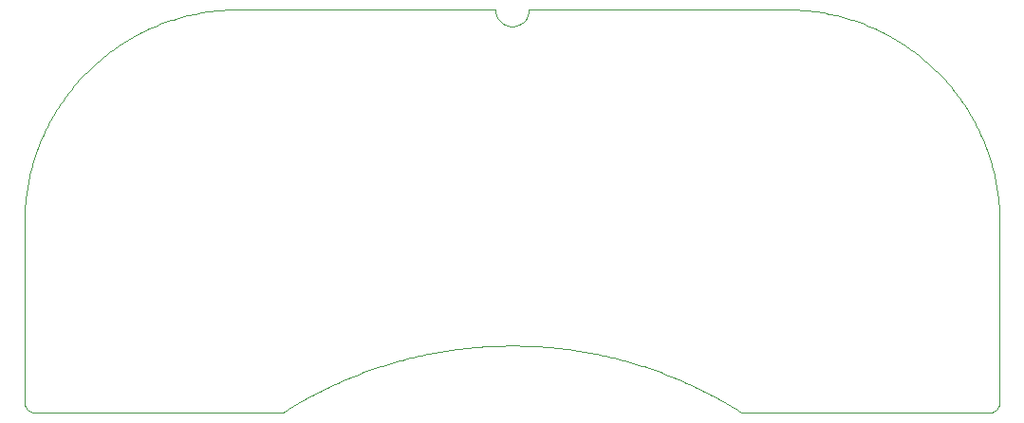
<source format=gm1>
G04*
G04 #@! TF.GenerationSoftware,Altium Limited,Altium Designer,20.0.9 (164)*
G04*
G04 Layer_Color=16711935*
%FSLAX25Y25*%
%MOIN*%
G70*
G01*
G75*
%ADD51C,0.00050*%
D51*
X-5906Y62992D02*
X-5825Y62020D01*
X-5585Y61075D01*
X-5194Y60181D01*
X-4660Y59365D01*
X-4000Y58647D01*
X-3230Y58048D01*
X-2372Y57584D01*
X-1450Y57267D01*
X-488Y57107D01*
X488D01*
X1450Y57267D01*
X2372Y57584D01*
X3230Y58048D01*
X4000Y58647D01*
X4660Y59365D01*
X5194Y60181D01*
X5585Y61075D01*
X5825Y62020D01*
X5906Y62992D01*
X80685Y-78740D02*
X79839Y-78202D01*
X78989Y-77670D01*
X78136Y-77144D01*
X77279Y-76623D01*
X76419Y-76108D01*
X75555Y-75599D01*
X74688Y-75095D01*
X73818Y-74598D01*
X72944Y-74106D01*
X72067Y-73620D01*
X71187Y-73140D01*
X70303Y-72666D01*
X69417Y-72198D01*
X68527Y-71736D01*
X67634Y-71279D01*
X66739Y-70829D01*
X65840Y-70385D01*
X64938Y-69946D01*
X64034Y-69514D01*
X63126Y-69088D01*
X62216Y-68668D01*
X61303Y-68254D01*
X60387Y-67847D01*
X59468Y-67445D01*
X58547Y-67050D01*
X57623Y-66660D01*
X56696Y-66277D01*
X55767Y-65900D01*
X54836Y-65530D01*
X53901Y-65166D01*
X52965Y-64807D01*
X52026Y-64456D01*
X51085Y-64110D01*
X50142Y-63771D01*
X49196Y-63438D01*
X48248Y-63112D01*
X47298Y-62792D01*
X46346Y-62478D01*
X45391Y-62170D01*
X44435Y-61869D01*
X43477Y-61575D01*
X42516Y-61287D01*
X41554Y-61005D01*
X40590Y-60730D01*
X39624Y-60461D01*
X38657Y-60199D01*
X37687Y-59943D01*
X36716Y-59693D01*
X35743Y-59451D01*
X34769Y-59214D01*
X33793Y-58985D01*
X32816Y-58762D01*
X31837Y-58545D01*
X30857Y-58335D01*
X29875Y-58131D01*
X28892Y-57934D01*
X27907Y-57744D01*
X26922Y-57560D01*
X25935Y-57383D01*
X24947Y-57213D01*
X23958Y-57049D01*
X22968Y-56892D01*
X21977Y-56741D01*
X20985Y-56597D01*
X19991Y-56460D01*
X18997Y-56329D01*
X18002Y-56205D01*
X17007Y-56088D01*
X16010Y-55977D01*
X15013Y-55873D01*
X14015Y-55776D01*
X13017Y-55686D01*
X12018Y-55602D01*
X11018Y-55524D01*
X10018Y-55454D01*
X9018Y-55390D01*
X8016Y-55333D01*
X7015Y-55283D01*
X6014Y-55239D01*
X5012Y-55202D01*
X4010Y-55172D01*
X3007Y-55148D01*
X2005Y-55132D01*
X1002Y-55121D01*
X-0Y-55118D01*
X-1003Y-55121D01*
X-2005Y-55132D01*
X-3008Y-55148D01*
X-4010Y-55172D01*
X-5012Y-55202D01*
X-6014Y-55239D01*
X-7016Y-55283D01*
X-8017Y-55333D01*
X-9018Y-55390D01*
X-10018Y-55454D01*
X-11019Y-55524D01*
X-12018Y-55602D01*
X-13017Y-55686D01*
X-14016Y-55776D01*
X-15014Y-55873D01*
X-16011Y-55977D01*
X-17007Y-56088D01*
X-18003Y-56205D01*
X-18998Y-56329D01*
X-19992Y-56460D01*
X-20985Y-56597D01*
X-21977Y-56741D01*
X-22968Y-56892D01*
X-23958Y-57049D01*
X-24948Y-57213D01*
X-25936Y-57383D01*
X-26922Y-57560D01*
X-27908Y-57744D01*
X-28892Y-57934D01*
X-29875Y-58131D01*
X-30857Y-58335D01*
X-31837Y-58545D01*
X-32816Y-58762D01*
X-33794Y-58985D01*
X-34770Y-59215D01*
X-35744Y-59451D01*
X-36717Y-59694D01*
X-37688Y-59943D01*
X-38657Y-60199D01*
X-39625Y-60461D01*
X-40591Y-60730D01*
X-41555Y-61005D01*
X-42517Y-61287D01*
X-43477Y-61575D01*
X-44436Y-61870D01*
X-45392Y-62170D01*
X-46346Y-62478D01*
X-47298Y-62792D01*
X-48248Y-63112D01*
X-49196Y-63438D01*
X-50142Y-63771D01*
X-51086Y-64110D01*
X-52027Y-64456D01*
X-52965Y-64808D01*
X-53902Y-65166D01*
X-54836Y-65530D01*
X-55768Y-65901D01*
X-56697Y-66277D01*
X-57623Y-66661D01*
X-58547Y-67050D01*
X-59468Y-67445D01*
X-60387Y-67847D01*
X-61303Y-68255D01*
X-62216Y-68669D01*
X-63126Y-69089D01*
X-64034Y-69515D01*
X-64939Y-69947D01*
X-65840Y-70385D01*
X-66739Y-70829D01*
X-67635Y-71279D01*
X-68528Y-71736D01*
X-69417Y-72198D01*
X-70304Y-72666D01*
X-71187Y-73140D01*
X-72067Y-73620D01*
X-72944Y-74106D01*
X-73818Y-74598D01*
X-74689Y-75095D01*
X-75556Y-75599D01*
X-76419Y-76108D01*
X-77279Y-76623D01*
X-78136Y-77144D01*
X-78989Y-77670D01*
X-79839Y-78202D01*
X-80685Y-78740D01*
X167323Y-78740D02*
X168342Y-78606D01*
X169291Y-78213D01*
X170107Y-77587D01*
X170732Y-76772D01*
X171126Y-75822D01*
X171260Y-74803D01*
Y-11811D02*
X171253Y-10815D01*
X171233Y-9820D01*
X171200Y-8824D01*
X171154Y-7830D01*
X171094Y-6836D01*
X171021Y-5843D01*
X170935Y-4851D01*
X170836Y-3860D01*
X170724Y-2871D01*
X170598Y-1883D01*
X170459Y-897D01*
X170308Y87D01*
X170143Y1069D01*
X169965Y2049D01*
X169774Y3026D01*
X169570Y4001D01*
X169353Y4973D01*
X169123Y5942D01*
X168880Y6908D01*
X168624Y7870D01*
X168356Y8829D01*
X168075Y9784D01*
X167781Y10735D01*
X167475Y11683D01*
X167156Y12626D01*
X166824Y13565D01*
X166480Y14500D01*
X166124Y15429D01*
X165755Y16354D01*
X165374Y17274D01*
X164980Y18189D01*
X164575Y19099D01*
X164158Y20003D01*
X163728Y20901D01*
X163287Y21793D01*
X162833Y22680D01*
X162368Y23561D01*
X161892Y24435D01*
X161403Y25303D01*
X160904Y26164D01*
X160392Y27018D01*
X159870Y27866D01*
X159336Y28707D01*
X158791Y29540D01*
X158235Y30366D01*
X157668Y31185D01*
X157091Y31996D01*
X156502Y32799D01*
X155903Y33595D01*
X155293Y34382D01*
X154673Y35161D01*
X154043Y35932D01*
X153402Y36694D01*
X152751Y37448D01*
X152091Y38193D01*
X151420Y38929D01*
X150740Y39656D01*
X150050Y40374D01*
X149351Y41083D01*
X148642Y41782D01*
X147924Y42472D01*
X147197Y43152D01*
X146460Y43823D01*
X145715Y44484D01*
X144962Y45134D01*
X144199Y45775D01*
X143429Y46405D01*
X142649Y47025D01*
X141862Y47635D01*
X141067Y48234D01*
X140264Y48823D01*
X139453Y49401D01*
X138634Y49968D01*
X137808Y50524D01*
X136975Y51068D01*
X136134Y51602D01*
X135286Y52125D01*
X134432Y52636D01*
X133571Y53136D01*
X132703Y53624D01*
X131828Y54101D01*
X130948Y54566D01*
X130061Y55019D01*
X129169Y55460D01*
X128270Y55890D01*
X127366Y56307D01*
X126457Y56713D01*
X125542Y57106D01*
X124622Y57487D01*
X123697Y57856D01*
X122767Y58212D01*
X121833Y58556D01*
X120894Y58888D01*
X119951Y59207D01*
X119003Y59513D01*
X118052Y59807D01*
X117097Y60088D01*
X116138Y60357D01*
X115175Y60612D01*
X114210Y60855D01*
X113241Y61085D01*
X112269Y61302D01*
X111294Y61506D01*
X110317Y61697D01*
X109337Y61875D01*
X108355Y62040D01*
X107371Y62192D01*
X106385Y62330D01*
X105397Y62456D01*
X104408Y62568D01*
X103417Y62668D01*
X102425Y62754D01*
X101432Y62827D01*
X100438Y62886D01*
X99443Y62932D01*
X98448Y62966D01*
X97452Y62985D01*
X96457Y62992D01*
X-96457D02*
X-97452Y62985D01*
X-98448Y62966D01*
X-99443Y62932D01*
X-100438Y62886D01*
X-101432Y62827D01*
X-102425Y62754D01*
X-103417Y62668D01*
X-104408Y62568D01*
X-105397Y62456D01*
X-106385Y62330D01*
X-107371Y62192D01*
X-108355Y62040D01*
X-109337Y61875D01*
X-110317Y61697D01*
X-111294Y61506D01*
X-112269Y61302D01*
X-113241Y61085D01*
X-114209Y60855D01*
X-115175Y60612D01*
X-116138Y60357D01*
X-117096Y60088D01*
X-118052Y59807D01*
X-119003Y59513D01*
X-119951Y59207D01*
X-120894Y58888D01*
X-121833Y58556D01*
X-122767Y58212D01*
X-123697Y57856D01*
X-124622Y57487D01*
X-125542Y57106D01*
X-126457Y56713D01*
X-127366Y56307D01*
X-128270Y55890D01*
X-129169Y55460D01*
X-130061Y55019D01*
X-130948Y54566D01*
X-131828Y54101D01*
X-132703Y53624D01*
X-133570Y53136D01*
X-134432Y52636D01*
X-135286Y52125D01*
X-136134Y51602D01*
X-136974Y51068D01*
X-137808Y50524D01*
X-138634Y49968D01*
X-139453Y49401D01*
X-140263Y48823D01*
X-141067Y48234D01*
X-141862Y47635D01*
X-142649Y47026D01*
X-143429Y46406D01*
X-144199Y45775D01*
X-144962Y45134D01*
X-145715Y44484D01*
X-146460Y43823D01*
X-147196Y43152D01*
X-147924Y42472D01*
X-148642Y41782D01*
X-149350Y41083D01*
X-150050Y40374D01*
X-150740Y39656D01*
X-151420Y38929D01*
X-152091Y38193D01*
X-152751Y37448D01*
X-153402Y36694D01*
X-154043Y35932D01*
X-154673Y35161D01*
X-155293Y34382D01*
X-155903Y33595D01*
X-156502Y32799D01*
X-157090Y31996D01*
X-157668Y31185D01*
X-158235Y30366D01*
X-158791Y29540D01*
X-159336Y28707D01*
X-159870Y27866D01*
X-160392Y27019D01*
X-160904Y26164D01*
X-161403Y25303D01*
X-161892Y24435D01*
X-162368Y23561D01*
X-162833Y22680D01*
X-163287Y21794D01*
X-163728Y20901D01*
X-164157Y20003D01*
X-164575Y19099D01*
X-164980Y18189D01*
X-165374Y17274D01*
X-165755Y16354D01*
X-166123Y15429D01*
X-166480Y14500D01*
X-166824Y13565D01*
X-167156Y12626D01*
X-167475Y11683D01*
X-167781Y10736D01*
X-168075Y9784D01*
X-168356Y8829D01*
X-168624Y7870D01*
X-168880Y6908D01*
X-169123Y5942D01*
X-169352Y4973D01*
X-169570Y4001D01*
X-169773Y3027D01*
X-169965Y2049D01*
X-170142Y1070D01*
X-170307Y88D01*
X-170459Y-896D01*
X-170598Y-1883D01*
X-170724Y-2870D01*
X-170836Y-3860D01*
X-170935Y-4851D01*
X-171021Y-5843D01*
X-171094Y-6836D01*
X-171154Y-7830D01*
X-171200Y-8824D01*
X-171233Y-9820D01*
X-171253Y-10815D01*
X-171260Y-11811D01*
Y-74803D02*
X-171126Y-75822D01*
X-170732Y-76772D01*
X-170107Y-77587D01*
X-169291Y-78213D01*
X-168342Y-78606D01*
X-167323Y-78740D01*
X-80685D01*
X80685D02*
X167323D01*
X171260Y-74803D02*
Y-11811D01*
X5906Y62992D02*
X96457D01*
X-96457D02*
X-5906D01*
X-171260Y-74803D02*
Y-11811D01*
M02*

</source>
